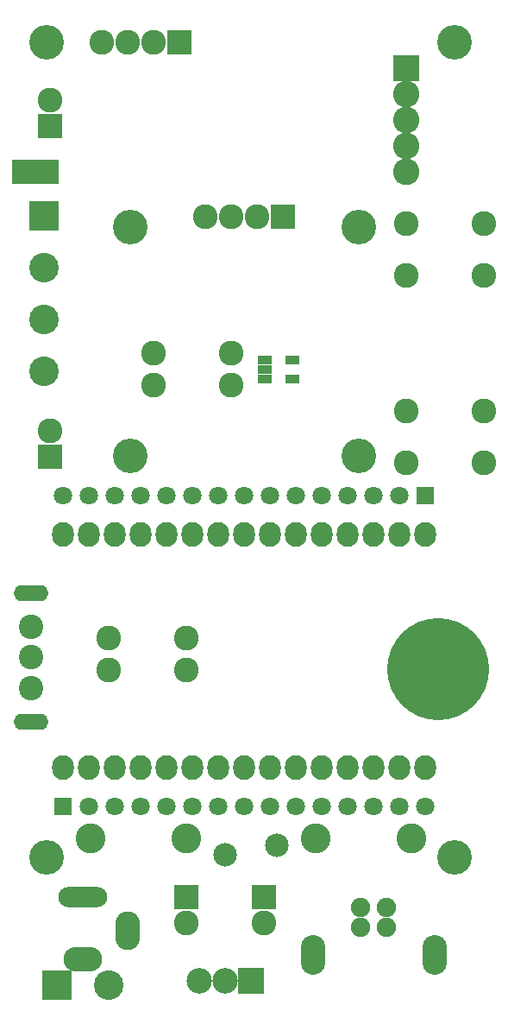
<source format=gbr>
G04 #@! TF.FileFunction,Soldermask,Top*
%FSLAX46Y46*%
G04 Gerber Fmt 4.6, Leading zero omitted, Abs format (unit mm)*
G04 Created by KiCad (PCBNEW 4.0.4-stable) date 06/22/17 13:57:42*
%MOMM*%
%LPD*%
G01*
G04 APERTURE LIST*
%ADD10C,0.500000*%
%ADD11C,3.400000*%
%ADD12C,2.940000*%
%ADD13R,2.432000X2.432000*%
%ADD14C,2.432000*%
%ADD15O,4.799280X2.000200*%
%ADD16O,3.801060X2.398980*%
%ADD17O,2.398980X3.801060*%
%ADD18C,2.305000*%
%ADD19R,1.400000X0.950000*%
%ADD20R,2.500580X2.500580*%
%ADD21C,2.599640*%
%ADD22C,1.797000*%
%ADD23R,1.797000X1.797000*%
%ADD24C,2.400000*%
%ADD25O,3.400000X1.600000*%
%ADD26C,2.500580*%
%ADD27R,2.899360X2.899360*%
%ADD28C,2.899360*%
%ADD29O,2.127200X2.432000*%
%ADD30C,10.010000*%
%ADD31C,1.900000*%
%ADD32O,2.400000X3.900000*%
G04 APERTURE END LIST*
D10*
D11*
X46016000Y97159000D03*
X6016000Y97159000D03*
X6016000Y17159000D03*
X46016000Y17159000D03*
D12*
X19685000Y19050000D03*
X10287000Y19050000D03*
X32385000Y19050000D03*
X41783000Y19050000D03*
D13*
X19685000Y13335000D03*
D14*
X19685000Y10795000D03*
D13*
X27305000Y13335000D03*
D14*
X27305000Y10795000D03*
D15*
X9525000Y13335000D03*
D16*
X9525000Y7239000D03*
D17*
X13970000Y10033000D03*
D14*
X11430000Y97155000D03*
X13970000Y97155000D03*
X16510000Y97155000D03*
D13*
X19050000Y97155000D03*
D14*
X6350000Y91440000D03*
D13*
X6350000Y88900000D03*
D14*
X6350000Y59055000D03*
D13*
X6350000Y56515000D03*
X29210000Y80010000D03*
D14*
X26670000Y80010000D03*
X24130000Y80010000D03*
X21590000Y80010000D03*
D11*
X36650000Y79030000D03*
X36650000Y56530000D03*
X14150000Y56530000D03*
X14150000Y79030000D03*
D18*
X28575000Y18415000D03*
X23475000Y17415000D03*
D14*
X24130000Y66675000D03*
X16510000Y66675000D03*
X24130000Y63500000D03*
X16510000Y63500000D03*
X12065000Y35560000D03*
X19685000Y35560000D03*
X12065000Y38735000D03*
X19685000Y38735000D03*
X48895000Y79375000D03*
X48895000Y74295000D03*
X41275000Y79375000D03*
X41275000Y74295000D03*
X48895000Y60960000D03*
X48895000Y55880000D03*
X41275000Y60960000D03*
X41275000Y55880000D03*
D19*
X30132000Y65974000D03*
X30132000Y64074000D03*
X27432000Y65974000D03*
X27432000Y65024000D03*
X27432000Y64074000D03*
D20*
X41275000Y94615000D03*
D21*
X41275000Y92075000D03*
X41275000Y89535000D03*
X41275000Y86995000D03*
X41275000Y84455000D03*
D22*
X43180000Y22225000D03*
X40640000Y22225000D03*
X38100000Y22225000D03*
X35560000Y22225000D03*
X33020000Y22225000D03*
D23*
X7620000Y22225000D03*
D22*
X10160000Y22225000D03*
X12700000Y22225000D03*
X15240000Y22225000D03*
X17780000Y22225000D03*
X20320000Y22225000D03*
X22860000Y22225000D03*
X25400000Y22225000D03*
X27940000Y22225000D03*
X30480000Y22225000D03*
X7620000Y52705000D03*
X10160000Y52705000D03*
X12700000Y52705000D03*
X15240000Y52705000D03*
X17780000Y52705000D03*
D23*
X43180000Y52705000D03*
D22*
X40640000Y52705000D03*
X38100000Y52705000D03*
X35560000Y52705000D03*
X33020000Y52705000D03*
X30480000Y52705000D03*
X27940000Y52705000D03*
X25400000Y52705000D03*
X22860000Y52705000D03*
X20320000Y52705000D03*
D24*
X4419600Y36837620D03*
X4445000Y33830000D03*
X4445000Y39830000D03*
D25*
X4445000Y30530000D03*
X4445000Y43130000D03*
D26*
X23495000Y5080000D03*
X20955000Y5080000D03*
D20*
X26035000Y5080000D03*
D13*
X3810000Y84455000D03*
X5969000Y84455000D03*
D27*
X5715000Y80137000D03*
D28*
X5715000Y75057000D03*
X5715000Y69977000D03*
X5715000Y64897000D03*
D29*
X7620000Y26035000D03*
X10160000Y26035000D03*
X12700000Y26035000D03*
X15240000Y26035000D03*
X17780000Y26035000D03*
X20320000Y26035000D03*
X22860000Y26035000D03*
X25400000Y26035000D03*
X27940000Y26035000D03*
X30480000Y26035000D03*
X33020000Y26035000D03*
X35560000Y26035000D03*
X38100000Y26035000D03*
X40640000Y26035000D03*
X43180000Y26035000D03*
X7620000Y48895000D03*
X38100000Y48895000D03*
X40640000Y48895000D03*
X35560000Y48895000D03*
X20320000Y48895000D03*
X17780000Y48895000D03*
X22860000Y48895000D03*
X43180000Y48895000D03*
X27940000Y48895000D03*
X25400000Y48895000D03*
X30480000Y48895000D03*
X33020000Y48895000D03*
X12700000Y48895000D03*
X15240000Y48895000D03*
X10160000Y48895000D03*
D30*
X44450000Y35687000D03*
D31*
X39370000Y12319000D03*
X36830000Y12319000D03*
X36830000Y10320020D03*
X39370000Y10320020D03*
D32*
X44099480Y7620000D03*
X32100520Y7620000D03*
D27*
X6985000Y4699000D03*
D28*
X12065000Y4699000D03*
M02*

</source>
